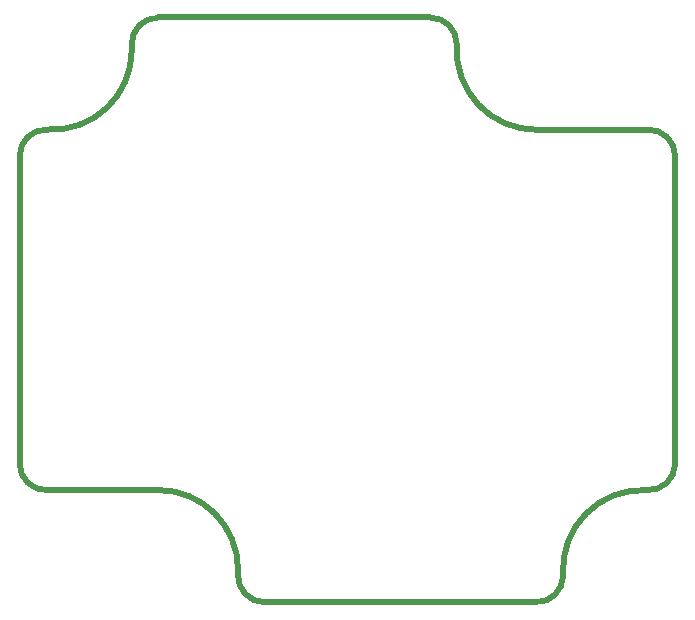
<source format=gko>
G04*
G04 #@! TF.GenerationSoftware,Altium Limited,Altium Designer,21.3.2 (30)*
G04*
G04 Layer_Color=16711935*
%FSLAX24Y24*%
%MOIN*%
G70*
G04*
G04 #@! TF.SameCoordinates,C6C43F33-DCCB-449E-A6F8-7945281E5F6C*
G04*
G04*
G04 #@! TF.FilePolarity,Positive*
G04*
G01*
G75*
%ADD46C,0.0200*%
%ADD56C,0.0200*%
D46*
X21999Y17067D02*
G03*
X21998Y17067I5J-100D01*
G01*
X21851Y17063D02*
G03*
X21998Y17067I-0J2656D01*
G01*
X15656Y19867D02*
G03*
X15657Y19916I-886J49D01*
G01*
X15656Y19866D02*
G03*
X15656Y19867I-886J49D01*
G01*
X15657Y19916D02*
G03*
X14770Y20803I-887J0D01*
G01*
X15656Y19866D02*
G03*
X18308Y17063I2652J-148D01*
G01*
X15656Y19866D02*
G03*
X15656Y19867I-100J6D01*
G01*
X21999Y17067D02*
G03*
X21998Y17067I49J-886D01*
G01*
X22935Y16181D02*
G03*
X21999Y17067I-887J-0D01*
G01*
X22935Y5933D02*
G03*
X22935Y5934I-887J0D01*
G01*
X21999Y5048D02*
G03*
X22935Y5933I49J886D01*
G01*
X21998Y5048D02*
G03*
X21999Y5048I49J886D01*
G01*
X22935Y5933D02*
G03*
X22935Y5934I-100J0D01*
G01*
X21998Y5048D02*
G03*
X21999Y5048I6J100D01*
G01*
X21998Y5048D02*
G03*
X19199Y2248I-148J-2652D01*
G01*
X19201Y2199D02*
G03*
X19199Y2248I-887J0D01*
G01*
X18313Y1312D02*
G03*
X19201Y2199I0J887D01*
G01*
X5704Y20803D02*
G03*
X5703Y20803I0J-100D01*
G01*
X4818Y19867D02*
G03*
X4818Y19866I886J49D01*
G01*
X5703Y20803D02*
G03*
X4818Y19867I0J-887D01*
G01*
X5704Y20803D02*
G03*
X5703Y20803I-0J-887D01*
G01*
X4818Y19867D02*
G03*
X4818Y19866I100J5D01*
G01*
X2018Y17067D02*
G03*
X4822Y19719I148J2652D01*
G01*
D02*
G03*
X4818Y19866I-2656J0D01*
G01*
X2018Y17067D02*
G03*
X1082Y16181I-49J-886D01*
G01*
X8361Y2248D02*
G03*
X8365Y2396I-2652J148D01*
G01*
X8361Y2248D02*
G03*
X9247Y1312I886J-49D01*
G01*
X8365Y2396D02*
G03*
X5709Y5052I-2656J0D01*
G01*
X1082Y5934D02*
G03*
X2018Y5048I887J0D01*
G01*
X2166Y5052D02*
G03*
X2167Y5052I0J100D01*
G01*
X2166Y5052D02*
G03*
X2018Y5048I-0J-2654D01*
G01*
X21851Y17063D02*
X21851D01*
X18308Y17063D02*
X21851Y17063D01*
X18308Y17063D02*
X18308D01*
X22935Y5934D02*
Y16181D01*
X5704Y20803D02*
X14770Y20803D01*
X1082Y16181D02*
Y16181D01*
Y16181D02*
X1082Y5934D01*
Y5934D02*
Y5934D01*
X9247Y1312D02*
X18313Y1312D01*
X5709Y5052D02*
X5709D01*
X2167D02*
X5709D01*
X2166D02*
X2167D01*
D56*
X14770Y20803D02*
D03*
D03*
X22935Y16181D02*
D03*
X22935D02*
D03*
X19199Y2248D02*
D03*
D03*
X2018Y17067D02*
D03*
Y17067D02*
D03*
X5709Y5052D02*
D03*
X2018Y5048D02*
D03*
D03*
M02*

</source>
